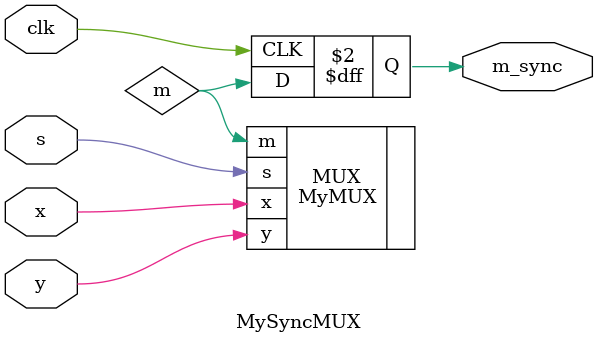
<source format=v>
module MySyncMUX (input x, y, s, clk , output reg m_sync); 
	 MyMUX MUX (.x(x), .y(y), .s(s), .m(m));
	 always @(posedge clk) begin
	 m_sync <= m;
	 end
endmodule

</source>
